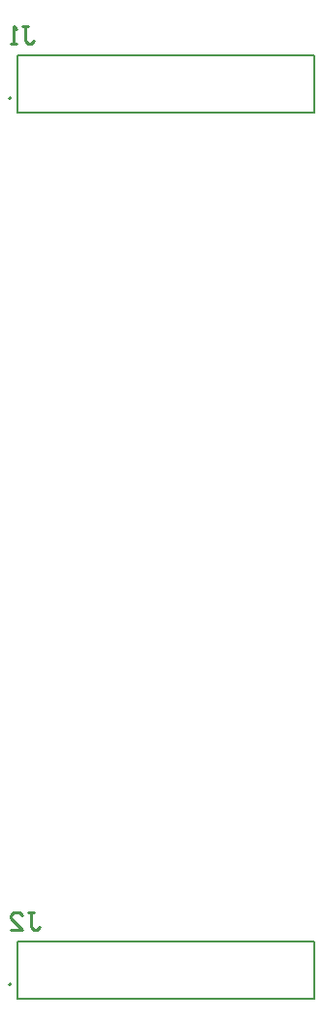
<source format=gbr>
%TF.GenerationSoftware,Altium Limited,Altium Designer,23.4.1 (23)*%
G04 Layer_Color=32896*
%FSLAX45Y45*%
%MOMM*%
%TF.SameCoordinates,6CFBE55C-8612-4E24-A10C-01F6C23EBCE3*%
%TF.FilePolarity,Positive*%
%TF.FileFunction,Legend,Bot*%
%TF.Part,Single*%
G01*
G75*
%TA.AperFunction,NonConductor*%
%ADD22C,0.20000*%
%ADD25C,0.25400*%
D22*
X300500Y508000D02*
G03*
X300500Y508000I-10000J0D01*
G01*
Y8238000D02*
G03*
X300500Y8238000I-10000J0D01*
G01*
X2946500Y387350D02*
Y882650D01*
X355500Y387350D02*
Y882650D01*
X2946500D01*
X355500Y387350D02*
X2946500D01*
Y8117350D02*
Y8612650D01*
X355500Y8117350D02*
Y8612650D01*
X2946500D01*
X355500Y8117350D02*
X2946500D01*
D25*
X447073Y1137871D02*
X497857D01*
X472465D01*
Y1010912D01*
X497857Y985520D01*
X523248D01*
X548640Y1010912D01*
X294722Y985520D02*
X396289D01*
X294722Y1087087D01*
Y1112479D01*
X320114Y1137871D01*
X370897D01*
X396289Y1112479D01*
X396273Y8869631D02*
X447057D01*
X421665D01*
Y8742672D01*
X447057Y8717280D01*
X472448D01*
X497840Y8742672D01*
X345489Y8717280D02*
X294706D01*
X320097D01*
Y8869631D01*
X345489Y8844239D01*
%TF.MD5,c3d39e25e639780d4b8748ba33b8128d*%
M02*

</source>
